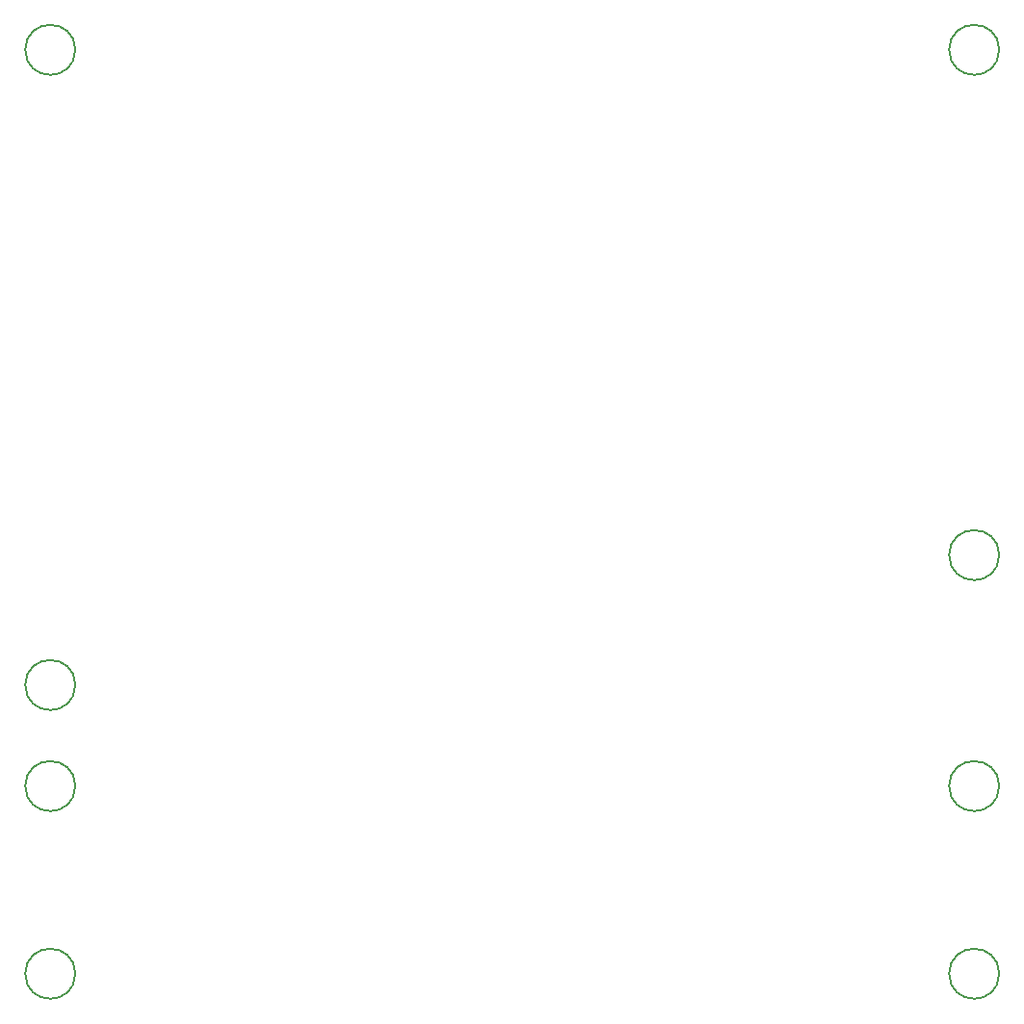
<source format=gbr>
%TF.GenerationSoftware,KiCad,Pcbnew,8.0.6-hq-2-g3d73d9976a*%
%TF.CreationDate,2024-12-20T20:58:29+08:00*%
%TF.ProjectId,DemoBoard_SensorForTemp&Rh_IntegratedWithMCU,44656d6f-426f-4617-9264-5f53656e736f,rev?*%
%TF.SameCoordinates,Original*%
%TF.FileFunction,Other,Comment*%
%FSLAX46Y46*%
G04 Gerber Fmt 4.6, Leading zero omitted, Abs format (unit mm)*
G04 Created by KiCad (PCBNEW 8.0.6-hq-2-g3d73d9976a) date 2024-12-20 20:58:29*
%MOMM*%
%LPD*%
G01*
G04 APERTURE LIST*
%ADD10C,0.150000*%
G04 APERTURE END LIST*
D10*
%TO.C,REF\u002A\u002A*%
X163490000Y-119380000D02*
G75*
G02*
X159090000Y-119380000I-2200000J0D01*
G01*
X159090000Y-119380000D02*
G75*
G02*
X163490000Y-119380000I2200000J0D01*
G01*
X82210000Y-110490000D02*
G75*
G02*
X77810000Y-110490000I-2200000J0D01*
G01*
X77810000Y-110490000D02*
G75*
G02*
X82210000Y-110490000I2200000J0D01*
G01*
X163490000Y-99060000D02*
G75*
G02*
X159090000Y-99060000I-2200000J0D01*
G01*
X159090000Y-99060000D02*
G75*
G02*
X163490000Y-99060000I2200000J0D01*
G01*
X163490000Y-135890000D02*
G75*
G02*
X159090000Y-135890000I-2200000J0D01*
G01*
X159090000Y-135890000D02*
G75*
G02*
X163490000Y-135890000I2200000J0D01*
G01*
X82210000Y-119380000D02*
G75*
G02*
X77810000Y-119380000I-2200000J0D01*
G01*
X77810000Y-119380000D02*
G75*
G02*
X82210000Y-119380000I2200000J0D01*
G01*
X163490000Y-54610000D02*
G75*
G02*
X159090000Y-54610000I-2200000J0D01*
G01*
X159090000Y-54610000D02*
G75*
G02*
X163490000Y-54610000I2200000J0D01*
G01*
X82210000Y-135890000D02*
G75*
G02*
X77810000Y-135890000I-2200000J0D01*
G01*
X77810000Y-135890000D02*
G75*
G02*
X82210000Y-135890000I2200000J0D01*
G01*
X82210000Y-54610000D02*
G75*
G02*
X77810000Y-54610000I-2200000J0D01*
G01*
X77810000Y-54610000D02*
G75*
G02*
X82210000Y-54610000I2200000J0D01*
G01*
%TD*%
M02*

</source>
